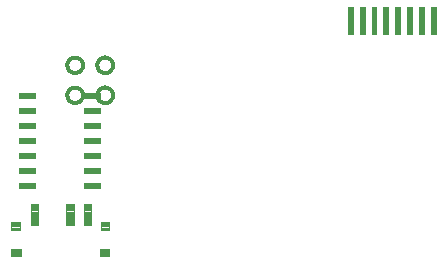
<source format=gtp>
G75*
%MOIN*%
%OFA0B0*%
%FSLAX24Y24*%
%IPPOS*%
%LPD*%
%AMOC8*
5,1,8,0,0,1.08239X$1,22.5*
%
%ADD10C,0.0120*%
%ADD11C,0.0034*%
%ADD12C,0.0036*%
%ADD13C,0.0033*%
D10*
X007240Y016025D02*
X007242Y016057D01*
X007248Y016088D01*
X007258Y016119D01*
X007271Y016148D01*
X007288Y016175D01*
X007308Y016200D01*
X007331Y016222D01*
X007356Y016242D01*
X007384Y016258D01*
X007414Y016270D01*
X007444Y016279D01*
X007476Y016284D01*
X007508Y016285D01*
X007540Y016282D01*
X007571Y016275D01*
X007601Y016264D01*
X007630Y016250D01*
X007657Y016232D01*
X007681Y016212D01*
X007703Y016188D01*
X007721Y016162D01*
X007736Y016134D01*
X007748Y016104D01*
X007756Y016073D01*
X007760Y016041D01*
X007760Y016009D01*
X007756Y015977D01*
X007748Y015946D01*
X007736Y015916D01*
X007721Y015888D01*
X007703Y015862D01*
X007681Y015838D01*
X007657Y015818D01*
X007630Y015800D01*
X007601Y015786D01*
X007571Y015775D01*
X007540Y015768D01*
X007508Y015765D01*
X007476Y015766D01*
X007444Y015771D01*
X007414Y015780D01*
X007384Y015792D01*
X007356Y015808D01*
X007331Y015828D01*
X007308Y015850D01*
X007288Y015875D01*
X007271Y015902D01*
X007258Y015931D01*
X007248Y015962D01*
X007242Y015993D01*
X007240Y016025D01*
X007240Y017025D02*
X007242Y017057D01*
X007248Y017088D01*
X007258Y017119D01*
X007271Y017148D01*
X007288Y017175D01*
X007308Y017200D01*
X007331Y017222D01*
X007356Y017242D01*
X007384Y017258D01*
X007414Y017270D01*
X007444Y017279D01*
X007476Y017284D01*
X007508Y017285D01*
X007540Y017282D01*
X007571Y017275D01*
X007601Y017264D01*
X007630Y017250D01*
X007657Y017232D01*
X007681Y017212D01*
X007703Y017188D01*
X007721Y017162D01*
X007736Y017134D01*
X007748Y017104D01*
X007756Y017073D01*
X007760Y017041D01*
X007760Y017009D01*
X007756Y016977D01*
X007748Y016946D01*
X007736Y016916D01*
X007721Y016888D01*
X007703Y016862D01*
X007681Y016838D01*
X007657Y016818D01*
X007630Y016800D01*
X007601Y016786D01*
X007571Y016775D01*
X007540Y016768D01*
X007508Y016765D01*
X007476Y016766D01*
X007444Y016771D01*
X007414Y016780D01*
X007384Y016792D01*
X007356Y016808D01*
X007331Y016828D01*
X007308Y016850D01*
X007288Y016875D01*
X007271Y016902D01*
X007258Y016931D01*
X007248Y016962D01*
X007242Y016993D01*
X007240Y017025D01*
X008239Y017025D02*
X008241Y017057D01*
X008247Y017089D01*
X008257Y017119D01*
X008270Y017148D01*
X008287Y017176D01*
X008307Y017201D01*
X008330Y017223D01*
X008356Y017243D01*
X008384Y017259D01*
X008413Y017271D01*
X008444Y017280D01*
X008476Y017285D01*
X008508Y017286D01*
X008540Y017283D01*
X008571Y017276D01*
X008602Y017265D01*
X008630Y017251D01*
X008657Y017233D01*
X008682Y017212D01*
X008703Y017189D01*
X008722Y017162D01*
X008737Y017134D01*
X008749Y017104D01*
X008757Y017073D01*
X008761Y017041D01*
X008761Y017009D01*
X008757Y016977D01*
X008749Y016946D01*
X008737Y016916D01*
X008722Y016888D01*
X008703Y016861D01*
X008682Y016838D01*
X008657Y016817D01*
X008631Y016799D01*
X008602Y016785D01*
X008571Y016774D01*
X008540Y016767D01*
X008508Y016764D01*
X008476Y016765D01*
X008444Y016770D01*
X008413Y016779D01*
X008384Y016791D01*
X008356Y016807D01*
X008330Y016827D01*
X008307Y016849D01*
X008287Y016874D01*
X008270Y016902D01*
X008257Y016931D01*
X008247Y016961D01*
X008241Y016993D01*
X008239Y017025D01*
X008239Y016025D02*
X008241Y016057D01*
X008247Y016089D01*
X008257Y016119D01*
X008270Y016148D01*
X008287Y016176D01*
X008307Y016201D01*
X008330Y016223D01*
X008356Y016243D01*
X008384Y016259D01*
X008413Y016271D01*
X008444Y016280D01*
X008476Y016285D01*
X008508Y016286D01*
X008540Y016283D01*
X008571Y016276D01*
X008602Y016265D01*
X008630Y016251D01*
X008657Y016233D01*
X008682Y016212D01*
X008703Y016189D01*
X008722Y016162D01*
X008737Y016134D01*
X008749Y016104D01*
X008757Y016073D01*
X008761Y016041D01*
X008761Y016009D01*
X008757Y015977D01*
X008749Y015946D01*
X008737Y015916D01*
X008722Y015888D01*
X008703Y015861D01*
X008682Y015838D01*
X008657Y015817D01*
X008631Y015799D01*
X008602Y015785D01*
X008571Y015774D01*
X008540Y015767D01*
X008508Y015764D01*
X008476Y015765D01*
X008444Y015770D01*
X008413Y015779D01*
X008384Y015791D01*
X008356Y015807D01*
X008330Y015827D01*
X008307Y015849D01*
X008287Y015874D01*
X008270Y015902D01*
X008257Y015931D01*
X008247Y015961D01*
X008241Y015993D01*
X008239Y016025D01*
D11*
X008313Y016108D02*
X008313Y015942D01*
X007787Y015942D01*
X007787Y016108D01*
X008313Y016108D01*
X008313Y015975D02*
X007787Y015975D01*
X007787Y016008D02*
X008313Y016008D01*
X008313Y016041D02*
X007787Y016041D01*
X007787Y016074D02*
X008313Y016074D01*
X008313Y016107D02*
X007787Y016107D01*
X008313Y015608D02*
X008313Y015442D01*
X007787Y015442D01*
X007787Y015608D01*
X008313Y015608D01*
X008313Y015475D02*
X007787Y015475D01*
X007787Y015508D02*
X008313Y015508D01*
X008313Y015541D02*
X007787Y015541D01*
X007787Y015574D02*
X008313Y015574D01*
X008313Y015607D02*
X007787Y015607D01*
X008313Y015108D02*
X008313Y014942D01*
X007787Y014942D01*
X007787Y015108D01*
X008313Y015108D01*
X008313Y014975D02*
X007787Y014975D01*
X007787Y015008D02*
X008313Y015008D01*
X008313Y015041D02*
X007787Y015041D01*
X007787Y015074D02*
X008313Y015074D01*
X008313Y015107D02*
X007787Y015107D01*
X008313Y014608D02*
X008313Y014442D01*
X007787Y014442D01*
X007787Y014608D01*
X008313Y014608D01*
X008313Y014475D02*
X007787Y014475D01*
X007787Y014508D02*
X008313Y014508D01*
X008313Y014541D02*
X007787Y014541D01*
X007787Y014574D02*
X008313Y014574D01*
X008313Y014607D02*
X007787Y014607D01*
X008313Y014108D02*
X008313Y013942D01*
X007787Y013942D01*
X007787Y014108D01*
X008313Y014108D01*
X008313Y013975D02*
X007787Y013975D01*
X007787Y014008D02*
X008313Y014008D01*
X008313Y014041D02*
X007787Y014041D01*
X007787Y014074D02*
X008313Y014074D01*
X008313Y014107D02*
X007787Y014107D01*
X008313Y013608D02*
X008313Y013442D01*
X007787Y013442D01*
X007787Y013608D01*
X008313Y013608D01*
X008313Y013475D02*
X007787Y013475D01*
X007787Y013508D02*
X008313Y013508D01*
X008313Y013541D02*
X007787Y013541D01*
X007787Y013574D02*
X008313Y013574D01*
X008313Y013607D02*
X007787Y013607D01*
X008313Y013108D02*
X008313Y012942D01*
X007787Y012942D01*
X007787Y013108D01*
X008313Y013108D01*
X008313Y012975D02*
X007787Y012975D01*
X007787Y013008D02*
X008313Y013008D01*
X008313Y013041D02*
X007787Y013041D01*
X007787Y013074D02*
X008313Y013074D01*
X008313Y013107D02*
X007787Y013107D01*
X006163Y013108D02*
X006163Y012942D01*
X005637Y012942D01*
X005637Y013108D01*
X006163Y013108D01*
X006163Y012975D02*
X005637Y012975D01*
X005637Y013008D02*
X006163Y013008D01*
X006163Y013041D02*
X005637Y013041D01*
X005637Y013074D02*
X006163Y013074D01*
X006163Y013107D02*
X005637Y013107D01*
X006163Y013442D02*
X006163Y013608D01*
X006163Y013442D02*
X005637Y013442D01*
X005637Y013608D01*
X006163Y013608D01*
X006163Y013475D02*
X005637Y013475D01*
X005637Y013508D02*
X006163Y013508D01*
X006163Y013541D02*
X005637Y013541D01*
X005637Y013574D02*
X006163Y013574D01*
X006163Y013607D02*
X005637Y013607D01*
X006163Y013942D02*
X006163Y014108D01*
X006163Y013942D02*
X005637Y013942D01*
X005637Y014108D01*
X006163Y014108D01*
X006163Y013975D02*
X005637Y013975D01*
X005637Y014008D02*
X006163Y014008D01*
X006163Y014041D02*
X005637Y014041D01*
X005637Y014074D02*
X006163Y014074D01*
X006163Y014107D02*
X005637Y014107D01*
X006163Y014442D02*
X006163Y014608D01*
X006163Y014442D02*
X005637Y014442D01*
X005637Y014608D01*
X006163Y014608D01*
X006163Y014475D02*
X005637Y014475D01*
X005637Y014508D02*
X006163Y014508D01*
X006163Y014541D02*
X005637Y014541D01*
X005637Y014574D02*
X006163Y014574D01*
X006163Y014607D02*
X005637Y014607D01*
X006163Y014942D02*
X006163Y015108D01*
X006163Y014942D02*
X005637Y014942D01*
X005637Y015108D01*
X006163Y015108D01*
X006163Y014975D02*
X005637Y014975D01*
X005637Y015008D02*
X006163Y015008D01*
X006163Y015041D02*
X005637Y015041D01*
X005637Y015074D02*
X006163Y015074D01*
X006163Y015107D02*
X005637Y015107D01*
X006163Y015442D02*
X006163Y015608D01*
X006163Y015442D02*
X005637Y015442D01*
X005637Y015608D01*
X006163Y015608D01*
X006163Y015475D02*
X005637Y015475D01*
X005637Y015508D02*
X006163Y015508D01*
X006163Y015541D02*
X005637Y015541D01*
X005637Y015574D02*
X006163Y015574D01*
X006163Y015607D02*
X005637Y015607D01*
X006163Y015942D02*
X006163Y016108D01*
X006163Y015942D02*
X005637Y015942D01*
X005637Y016108D01*
X006163Y016108D01*
X006163Y015975D02*
X005637Y015975D01*
X005637Y016008D02*
X006163Y016008D01*
X006163Y016041D02*
X005637Y016041D01*
X005637Y016074D02*
X006163Y016074D01*
X006163Y016107D02*
X005637Y016107D01*
D12*
X005683Y010901D02*
X005365Y010901D01*
X005683Y010901D02*
X005683Y010663D01*
X005365Y010663D01*
X005365Y010901D01*
X005365Y010698D02*
X005683Y010698D01*
X005683Y010733D02*
X005365Y010733D01*
X005365Y010768D02*
X005683Y010768D01*
X005683Y010803D02*
X005365Y010803D01*
X005365Y010838D02*
X005683Y010838D01*
X005683Y010873D02*
X005365Y010873D01*
X005365Y011787D02*
X005643Y011787D01*
X005643Y011549D01*
X005365Y011549D01*
X005365Y011787D01*
X005365Y011584D02*
X005643Y011584D01*
X005643Y011619D02*
X005365Y011619D01*
X005365Y011654D02*
X005643Y011654D01*
X005643Y011689D02*
X005365Y011689D01*
X005365Y011724D02*
X005643Y011724D01*
X005643Y011759D02*
X005365Y011759D01*
X006024Y012407D02*
X006262Y012407D01*
X006262Y011697D01*
X006024Y011697D01*
X006024Y012407D01*
X006024Y011732D02*
X006262Y011732D01*
X006262Y011767D02*
X006024Y011767D01*
X006024Y011802D02*
X006262Y011802D01*
X006262Y011837D02*
X006024Y011837D01*
X006024Y011872D02*
X006262Y011872D01*
X006262Y011907D02*
X006024Y011907D01*
X006024Y011942D02*
X006262Y011942D01*
X006262Y011977D02*
X006024Y011977D01*
X006024Y012012D02*
X006262Y012012D01*
X006262Y012047D02*
X006024Y012047D01*
X006024Y012082D02*
X006262Y012082D01*
X006262Y012117D02*
X006024Y012117D01*
X006024Y012152D02*
X006262Y012152D01*
X006262Y012187D02*
X006024Y012187D01*
X006024Y012222D02*
X006262Y012222D01*
X006262Y012257D02*
X006024Y012257D01*
X006024Y012292D02*
X006262Y012292D01*
X006262Y012327D02*
X006024Y012327D01*
X006024Y012362D02*
X006262Y012362D01*
X006262Y012397D02*
X006024Y012397D01*
X007205Y012407D02*
X007443Y012407D01*
X007443Y011697D01*
X007205Y011697D01*
X007205Y012407D01*
X007205Y011732D02*
X007443Y011732D01*
X007443Y011767D02*
X007205Y011767D01*
X007205Y011802D02*
X007443Y011802D01*
X007443Y011837D02*
X007205Y011837D01*
X007205Y011872D02*
X007443Y011872D01*
X007443Y011907D02*
X007205Y011907D01*
X007205Y011942D02*
X007443Y011942D01*
X007443Y011977D02*
X007205Y011977D01*
X007205Y012012D02*
X007443Y012012D01*
X007443Y012047D02*
X007205Y012047D01*
X007205Y012082D02*
X007443Y012082D01*
X007443Y012117D02*
X007205Y012117D01*
X007205Y012152D02*
X007443Y012152D01*
X007443Y012187D02*
X007205Y012187D01*
X007205Y012222D02*
X007443Y012222D01*
X007443Y012257D02*
X007205Y012257D01*
X007205Y012292D02*
X007443Y012292D01*
X007443Y012327D02*
X007205Y012327D01*
X007205Y012362D02*
X007443Y012362D01*
X007443Y012397D02*
X007205Y012397D01*
X007796Y012407D02*
X008034Y012407D01*
X008034Y011697D01*
X007796Y011697D01*
X007796Y012407D01*
X007796Y011732D02*
X008034Y011732D01*
X008034Y011767D02*
X007796Y011767D01*
X007796Y011802D02*
X008034Y011802D01*
X008034Y011837D02*
X007796Y011837D01*
X007796Y011872D02*
X008034Y011872D01*
X008034Y011907D02*
X007796Y011907D01*
X007796Y011942D02*
X008034Y011942D01*
X008034Y011977D02*
X007796Y011977D01*
X007796Y012012D02*
X008034Y012012D01*
X008034Y012047D02*
X007796Y012047D01*
X007796Y012082D02*
X008034Y012082D01*
X008034Y012117D02*
X007796Y012117D01*
X007796Y012152D02*
X008034Y012152D01*
X008034Y012187D02*
X007796Y012187D01*
X007796Y012222D02*
X008034Y012222D01*
X008034Y012257D02*
X007796Y012257D01*
X007796Y012292D02*
X008034Y012292D01*
X008034Y012327D02*
X007796Y012327D01*
X007796Y012362D02*
X008034Y012362D01*
X008034Y012397D02*
X007796Y012397D01*
X008357Y011787D02*
X008635Y011787D01*
X008635Y011549D01*
X008357Y011549D01*
X008357Y011787D01*
X008357Y011584D02*
X008635Y011584D01*
X008635Y011619D02*
X008357Y011619D01*
X008357Y011654D02*
X008635Y011654D01*
X008635Y011689D02*
X008357Y011689D01*
X008357Y011724D02*
X008635Y011724D01*
X008635Y011759D02*
X008357Y011759D01*
X008317Y010901D02*
X008635Y010901D01*
X008635Y010663D01*
X008317Y010663D01*
X008317Y010901D01*
X008317Y010698D02*
X008635Y010698D01*
X008635Y010733D02*
X008317Y010733D01*
X008317Y010768D02*
X008635Y010768D01*
X008635Y010803D02*
X008317Y010803D01*
X008317Y010838D02*
X008635Y010838D01*
X008635Y010873D02*
X008317Y010873D01*
D13*
X016590Y018981D02*
X016754Y018981D01*
X016754Y018069D01*
X016590Y018069D01*
X016590Y018981D01*
X016590Y018101D02*
X016754Y018101D01*
X016754Y018133D02*
X016590Y018133D01*
X016590Y018165D02*
X016754Y018165D01*
X016754Y018197D02*
X016590Y018197D01*
X016590Y018229D02*
X016754Y018229D01*
X016754Y018261D02*
X016590Y018261D01*
X016590Y018293D02*
X016754Y018293D01*
X016754Y018325D02*
X016590Y018325D01*
X016590Y018357D02*
X016754Y018357D01*
X016754Y018389D02*
X016590Y018389D01*
X016590Y018421D02*
X016754Y018421D01*
X016754Y018453D02*
X016590Y018453D01*
X016590Y018485D02*
X016754Y018485D01*
X016754Y018517D02*
X016590Y018517D01*
X016590Y018549D02*
X016754Y018549D01*
X016754Y018581D02*
X016590Y018581D01*
X016590Y018613D02*
X016754Y018613D01*
X016754Y018645D02*
X016590Y018645D01*
X016590Y018677D02*
X016754Y018677D01*
X016754Y018709D02*
X016590Y018709D01*
X016590Y018741D02*
X016754Y018741D01*
X016754Y018773D02*
X016590Y018773D01*
X016590Y018805D02*
X016754Y018805D01*
X016754Y018837D02*
X016590Y018837D01*
X016590Y018869D02*
X016754Y018869D01*
X016754Y018901D02*
X016590Y018901D01*
X016590Y018933D02*
X016754Y018933D01*
X016754Y018965D02*
X016590Y018965D01*
X016984Y018981D02*
X017148Y018981D01*
X017148Y018069D01*
X016984Y018069D01*
X016984Y018981D01*
X016984Y018101D02*
X017148Y018101D01*
X017148Y018133D02*
X016984Y018133D01*
X016984Y018165D02*
X017148Y018165D01*
X017148Y018197D02*
X016984Y018197D01*
X016984Y018229D02*
X017148Y018229D01*
X017148Y018261D02*
X016984Y018261D01*
X016984Y018293D02*
X017148Y018293D01*
X017148Y018325D02*
X016984Y018325D01*
X016984Y018357D02*
X017148Y018357D01*
X017148Y018389D02*
X016984Y018389D01*
X016984Y018421D02*
X017148Y018421D01*
X017148Y018453D02*
X016984Y018453D01*
X016984Y018485D02*
X017148Y018485D01*
X017148Y018517D02*
X016984Y018517D01*
X016984Y018549D02*
X017148Y018549D01*
X017148Y018581D02*
X016984Y018581D01*
X016984Y018613D02*
X017148Y018613D01*
X017148Y018645D02*
X016984Y018645D01*
X016984Y018677D02*
X017148Y018677D01*
X017148Y018709D02*
X016984Y018709D01*
X016984Y018741D02*
X017148Y018741D01*
X017148Y018773D02*
X016984Y018773D01*
X016984Y018805D02*
X017148Y018805D01*
X017148Y018837D02*
X016984Y018837D01*
X016984Y018869D02*
X017148Y018869D01*
X017148Y018901D02*
X016984Y018901D01*
X016984Y018933D02*
X017148Y018933D01*
X017148Y018965D02*
X016984Y018965D01*
X017377Y018981D02*
X017541Y018981D01*
X017541Y018069D01*
X017377Y018069D01*
X017377Y018981D01*
X017377Y018101D02*
X017541Y018101D01*
X017541Y018133D02*
X017377Y018133D01*
X017377Y018165D02*
X017541Y018165D01*
X017541Y018197D02*
X017377Y018197D01*
X017377Y018229D02*
X017541Y018229D01*
X017541Y018261D02*
X017377Y018261D01*
X017377Y018293D02*
X017541Y018293D01*
X017541Y018325D02*
X017377Y018325D01*
X017377Y018357D02*
X017541Y018357D01*
X017541Y018389D02*
X017377Y018389D01*
X017377Y018421D02*
X017541Y018421D01*
X017541Y018453D02*
X017377Y018453D01*
X017377Y018485D02*
X017541Y018485D01*
X017541Y018517D02*
X017377Y018517D01*
X017377Y018549D02*
X017541Y018549D01*
X017541Y018581D02*
X017377Y018581D01*
X017377Y018613D02*
X017541Y018613D01*
X017541Y018645D02*
X017377Y018645D01*
X017377Y018677D02*
X017541Y018677D01*
X017541Y018709D02*
X017377Y018709D01*
X017377Y018741D02*
X017541Y018741D01*
X017541Y018773D02*
X017377Y018773D01*
X017377Y018805D02*
X017541Y018805D01*
X017541Y018837D02*
X017377Y018837D01*
X017377Y018869D02*
X017541Y018869D01*
X017541Y018901D02*
X017377Y018901D01*
X017377Y018933D02*
X017541Y018933D01*
X017541Y018965D02*
X017377Y018965D01*
X017771Y018981D02*
X017935Y018981D01*
X017935Y018069D01*
X017771Y018069D01*
X017771Y018981D01*
X017771Y018101D02*
X017935Y018101D01*
X017935Y018133D02*
X017771Y018133D01*
X017771Y018165D02*
X017935Y018165D01*
X017935Y018197D02*
X017771Y018197D01*
X017771Y018229D02*
X017935Y018229D01*
X017935Y018261D02*
X017771Y018261D01*
X017771Y018293D02*
X017935Y018293D01*
X017935Y018325D02*
X017771Y018325D01*
X017771Y018357D02*
X017935Y018357D01*
X017935Y018389D02*
X017771Y018389D01*
X017771Y018421D02*
X017935Y018421D01*
X017935Y018453D02*
X017771Y018453D01*
X017771Y018485D02*
X017935Y018485D01*
X017935Y018517D02*
X017771Y018517D01*
X017771Y018549D02*
X017935Y018549D01*
X017935Y018581D02*
X017771Y018581D01*
X017771Y018613D02*
X017935Y018613D01*
X017935Y018645D02*
X017771Y018645D01*
X017771Y018677D02*
X017935Y018677D01*
X017935Y018709D02*
X017771Y018709D01*
X017771Y018741D02*
X017935Y018741D01*
X017935Y018773D02*
X017771Y018773D01*
X017771Y018805D02*
X017935Y018805D01*
X017935Y018837D02*
X017771Y018837D01*
X017771Y018869D02*
X017935Y018869D01*
X017935Y018901D02*
X017771Y018901D01*
X017771Y018933D02*
X017935Y018933D01*
X017935Y018965D02*
X017771Y018965D01*
X018165Y018981D02*
X018329Y018981D01*
X018329Y018069D01*
X018165Y018069D01*
X018165Y018981D01*
X018165Y018101D02*
X018329Y018101D01*
X018329Y018133D02*
X018165Y018133D01*
X018165Y018165D02*
X018329Y018165D01*
X018329Y018197D02*
X018165Y018197D01*
X018165Y018229D02*
X018329Y018229D01*
X018329Y018261D02*
X018165Y018261D01*
X018165Y018293D02*
X018329Y018293D01*
X018329Y018325D02*
X018165Y018325D01*
X018165Y018357D02*
X018329Y018357D01*
X018329Y018389D02*
X018165Y018389D01*
X018165Y018421D02*
X018329Y018421D01*
X018329Y018453D02*
X018165Y018453D01*
X018165Y018485D02*
X018329Y018485D01*
X018329Y018517D02*
X018165Y018517D01*
X018165Y018549D02*
X018329Y018549D01*
X018329Y018581D02*
X018165Y018581D01*
X018165Y018613D02*
X018329Y018613D01*
X018329Y018645D02*
X018165Y018645D01*
X018165Y018677D02*
X018329Y018677D01*
X018329Y018709D02*
X018165Y018709D01*
X018165Y018741D02*
X018329Y018741D01*
X018329Y018773D02*
X018165Y018773D01*
X018165Y018805D02*
X018329Y018805D01*
X018329Y018837D02*
X018165Y018837D01*
X018165Y018869D02*
X018329Y018869D01*
X018329Y018901D02*
X018165Y018901D01*
X018165Y018933D02*
X018329Y018933D01*
X018329Y018965D02*
X018165Y018965D01*
X018559Y018981D02*
X018723Y018981D01*
X018723Y018069D01*
X018559Y018069D01*
X018559Y018981D01*
X018559Y018101D02*
X018723Y018101D01*
X018723Y018133D02*
X018559Y018133D01*
X018559Y018165D02*
X018723Y018165D01*
X018723Y018197D02*
X018559Y018197D01*
X018559Y018229D02*
X018723Y018229D01*
X018723Y018261D02*
X018559Y018261D01*
X018559Y018293D02*
X018723Y018293D01*
X018723Y018325D02*
X018559Y018325D01*
X018559Y018357D02*
X018723Y018357D01*
X018723Y018389D02*
X018559Y018389D01*
X018559Y018421D02*
X018723Y018421D01*
X018723Y018453D02*
X018559Y018453D01*
X018559Y018485D02*
X018723Y018485D01*
X018723Y018517D02*
X018559Y018517D01*
X018559Y018549D02*
X018723Y018549D01*
X018723Y018581D02*
X018559Y018581D01*
X018559Y018613D02*
X018723Y018613D01*
X018723Y018645D02*
X018559Y018645D01*
X018559Y018677D02*
X018723Y018677D01*
X018723Y018709D02*
X018559Y018709D01*
X018559Y018741D02*
X018723Y018741D01*
X018723Y018773D02*
X018559Y018773D01*
X018559Y018805D02*
X018723Y018805D01*
X018723Y018837D02*
X018559Y018837D01*
X018559Y018869D02*
X018723Y018869D01*
X018723Y018901D02*
X018559Y018901D01*
X018559Y018933D02*
X018723Y018933D01*
X018723Y018965D02*
X018559Y018965D01*
X018952Y018981D02*
X019116Y018981D01*
X019116Y018069D01*
X018952Y018069D01*
X018952Y018981D01*
X018952Y018101D02*
X019116Y018101D01*
X019116Y018133D02*
X018952Y018133D01*
X018952Y018165D02*
X019116Y018165D01*
X019116Y018197D02*
X018952Y018197D01*
X018952Y018229D02*
X019116Y018229D01*
X019116Y018261D02*
X018952Y018261D01*
X018952Y018293D02*
X019116Y018293D01*
X019116Y018325D02*
X018952Y018325D01*
X018952Y018357D02*
X019116Y018357D01*
X019116Y018389D02*
X018952Y018389D01*
X018952Y018421D02*
X019116Y018421D01*
X019116Y018453D02*
X018952Y018453D01*
X018952Y018485D02*
X019116Y018485D01*
X019116Y018517D02*
X018952Y018517D01*
X018952Y018549D02*
X019116Y018549D01*
X019116Y018581D02*
X018952Y018581D01*
X018952Y018613D02*
X019116Y018613D01*
X019116Y018645D02*
X018952Y018645D01*
X018952Y018677D02*
X019116Y018677D01*
X019116Y018709D02*
X018952Y018709D01*
X018952Y018741D02*
X019116Y018741D01*
X019116Y018773D02*
X018952Y018773D01*
X018952Y018805D02*
X019116Y018805D01*
X019116Y018837D02*
X018952Y018837D01*
X018952Y018869D02*
X019116Y018869D01*
X019116Y018901D02*
X018952Y018901D01*
X018952Y018933D02*
X019116Y018933D01*
X019116Y018965D02*
X018952Y018965D01*
X019346Y018981D02*
X019510Y018981D01*
X019510Y018069D01*
X019346Y018069D01*
X019346Y018981D01*
X019346Y018101D02*
X019510Y018101D01*
X019510Y018133D02*
X019346Y018133D01*
X019346Y018165D02*
X019510Y018165D01*
X019510Y018197D02*
X019346Y018197D01*
X019346Y018229D02*
X019510Y018229D01*
X019510Y018261D02*
X019346Y018261D01*
X019346Y018293D02*
X019510Y018293D01*
X019510Y018325D02*
X019346Y018325D01*
X019346Y018357D02*
X019510Y018357D01*
X019510Y018389D02*
X019346Y018389D01*
X019346Y018421D02*
X019510Y018421D01*
X019510Y018453D02*
X019346Y018453D01*
X019346Y018485D02*
X019510Y018485D01*
X019510Y018517D02*
X019346Y018517D01*
X019346Y018549D02*
X019510Y018549D01*
X019510Y018581D02*
X019346Y018581D01*
X019346Y018613D02*
X019510Y018613D01*
X019510Y018645D02*
X019346Y018645D01*
X019346Y018677D02*
X019510Y018677D01*
X019510Y018709D02*
X019346Y018709D01*
X019346Y018741D02*
X019510Y018741D01*
X019510Y018773D02*
X019346Y018773D01*
X019346Y018805D02*
X019510Y018805D01*
X019510Y018837D02*
X019346Y018837D01*
X019346Y018869D02*
X019510Y018869D01*
X019510Y018901D02*
X019346Y018901D01*
X019346Y018933D02*
X019510Y018933D01*
X019510Y018965D02*
X019346Y018965D01*
M02*

</source>
